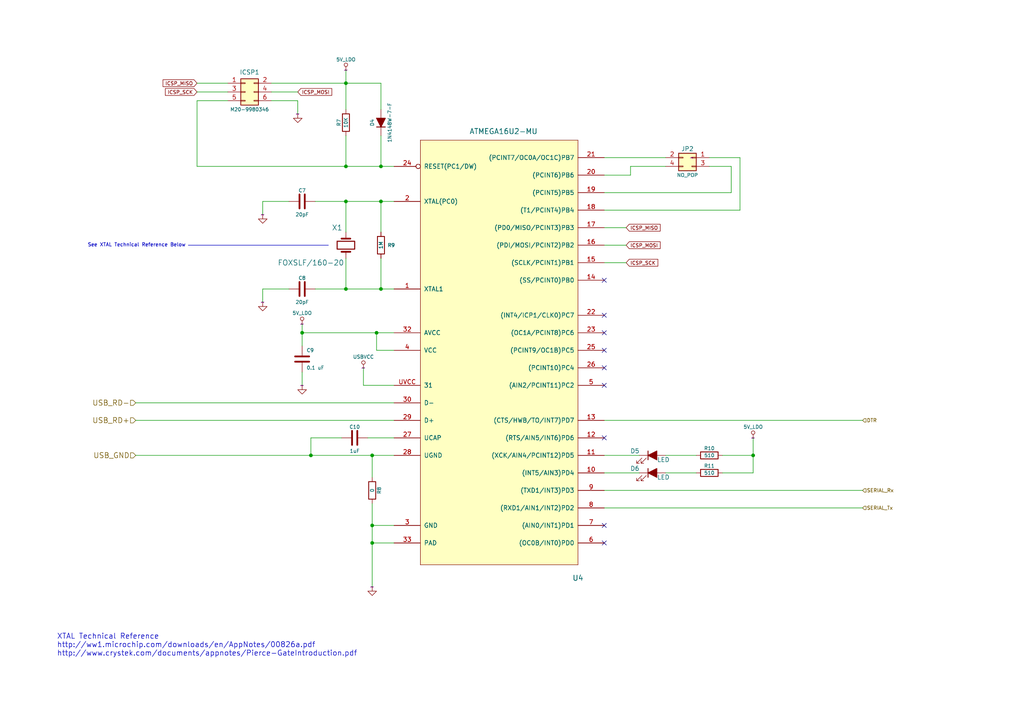
<source format=kicad_sch>
(kicad_sch (version 20230121) (generator eeschema)
  (paper "A4")
  (title_block (title "Arduino UNO R3 Clone") (date "2021-08-06") (rev "1") (company "Rheingold Heavy") (comment 1 "Based on the Arduino UNO R3 From arduino.cc"))
  (lib_symbols
    (symbol "Arduino_Uno_R3_From_Scratch:5V_LDO" (power) (pin_names (offset 1.016))
      (property "Value" "5V_LDO" (at 0 3.048 0))
      (symbol "5V_LDO_0_0"
        (pin power_in line (at 0 0 90) (length 0) hide (name "5V_LDO") (number "1"))
      )
      (symbol "5V_LDO_0_1"
        (polyline (pts (xy 0 0) (xy 0 1.016)) (stroke (width 0.1524)))
        (circle (center 0 1.524) (radius 0.508) (stroke (width 0.1524)))
      )
    )
    (symbol "Arduino_Uno_R3_From_Scratch:USBVCC" (power) (pin_names (offset 1.016))
      (property "Value" "USBVCC" (at 0 3.048 0))
      (symbol "USBVCC_0_0"
        (pin power_in line (at 0 0 90) (length 0) hide (name "USBVCC") (number "1"))
      )
      (symbol "USBVCC_0_1"
        (polyline (pts (xy 0 0) (xy 0 1.016)) (stroke (width 0.1524)))
        (circle (center 0 1.524) (radius 0.508) (stroke (width 0.1524)))
      )
    )
    (symbol "Connector_Generic:Conn_02x02_Odd_Even" (pin_names (offset 1.016) hide)
      (property "Reference" "J" (at 1.27 2.54 0))
      (property "Value" "Conn_02x02_Odd_Even" (at 1.27 -5.08 0))
      (symbol "Conn_02x02_Odd_Even_1_1"
        (rectangle (start -1.27 -2.413) (end 0 -2.667) (stroke (width 0.1524)))
        (rectangle (start -1.27 0.127) (end 0 -0.127) (stroke (width 0.1524)))
        (rectangle (start -1.27 1.27) (end 3.81 -3.81) (stroke (width 0.254)) (fill (type background)))
        (rectangle (start 3.81 -2.413) (end 2.54 -2.667) (stroke (width 0.1524)))
        (rectangle (start 3.81 0.127) (end 2.54 -0.127) (stroke (width 0.1524)))
        (pin passive line (at -5.08 0 0) (length 3.81) (name "Pin_1") (number "1"))
        (pin passive line (at 7.62 0 180) (length 3.81) (name "Pin_2") (number "2"))
        (pin passive line (at -5.08 -2.54 0) (length 3.81) (name "Pin_3") (number "3"))
        (pin passive line (at 7.62 -2.54 180) (length 3.81) (name "Pin_4") (number "4"))
      )
    )
    (symbol "Connector_Generic:Conn_02x03_Odd_Even" (pin_names (offset 1.016) hide)
      (property "Reference" "J" (at 1.27 5.08 0))
      (property "Value" "Conn_02x03_Odd_Even" (at 1.27 -5.08 0))
      (symbol "Conn_02x03_Odd_Even_1_1"
        (rectangle (start -1.27 -2.413) (end 0 -2.667) (stroke (width 0.1524)))
        (rectangle (start -1.27 0.127) (end 0 -0.127) (stroke (width 0.1524)))
        (rectangle (start -1.27 2.667) (end 0 2.413) (stroke (width 0.1524)))
        (rectangle (start -1.27 3.81) (end 3.81 -3.81) (stroke (width 0.254)) (fill (type background)))
        (rectangle (start 3.81 -2.413) (end 2.54 -2.667) (stroke (width 0.1524)))
        (rectangle (start 3.81 0.127) (end 2.54 -0.127) (stroke (width 0.1524)))
        (rectangle (start 3.81 2.667) (end 2.54 2.413) (stroke (width 0.1524)))
        (pin passive line (at -5.08 2.54 0) (length 3.81) (name "Pin_1") (number "1"))
        (pin passive line (at 7.62 2.54 180) (length 3.81) (name "Pin_2") (number "2"))
        (pin passive line (at -5.08 0 0) (length 3.81) (name "Pin_3") (number "3"))
        (pin passive line (at 7.62 0 180) (length 3.81) (name "Pin_4") (number "4"))
        (pin passive line (at -5.08 -2.54 0) (length 3.81) (name "Pin_5") (number "5"))
        (pin passive line (at 7.62 -2.54 180) (length 3.81) (name "Pin_6") (number "6"))
      )
    )
    (symbol "Device:C" (pin_numbers hide) (pin_names (offset 0.254))
      (property "Reference" "C" (at 0.635 2.54 0))
      (property "Value" "C" (at 0.635 -2.54 0))
      (symbol "C_0_1"
        (polyline (pts (xy -2.032 -0.762) (xy 2.032 -0.762)) (stroke (width 0.508)))
        (polyline (pts (xy -2.032 0.762) (xy 2.032 0.762)) (stroke (width 0.508)))
      )
      (symbol "C_1_1"
        (pin passive line (at 0 3.81 270) (length 2.794) (name "~") (number "1"))
        (pin passive line (at 0 -3.81 90) (length 2.794) (name "~") (number "2"))
      )
    )
    (symbol "Device:Crystal" (pin_numbers hide) (pin_names (offset 1.016) hide)
      (property "Reference" "Y" (at 0 3.81 0))
      (property "Value" "Crystal" (at 0 -3.81 0))
      (symbol "Crystal_0_1"
        (rectangle (start -1.143 2.54) (end 1.143 -2.54) (stroke (width 0.3048)))
        (polyline (pts (xy -2.54 0) (xy -1.905 0)))
        (polyline (pts (xy -1.905 -1.27) (xy -1.905 1.27)) (stroke (width 0.508)))
        (polyline (pts (xy 1.905 -1.27) (xy 1.905 1.27)) (stroke (width 0.508)))
        (polyline (pts (xy 2.54 0) (xy 1.905 0)))
      )
      (symbol "Crystal_1_1"
        (pin passive line (at -3.81 0 0) (length 1.27) (name "1") (number "1"))
        (pin passive line (at 3.81 0 180) (length 1.27) (name "2") (number "2"))
      )
    )
    (symbol "Device:D_Filled" (pin_numbers hide) (pin_names (offset 1.016) hide)
      (property "Reference" "D" (at 0 2.54 0))
      (property "Value" "D_Filled" (at 0 -2.54 0))
      (symbol "D_Filled_0_1"
        (polyline (pts (xy -1.27 1.27) (xy -1.27 -1.27)) (stroke (width 0.254)))
        (polyline (pts (xy 1.27 0) (xy -1.27 0)))
        (polyline (pts (xy 1.27 1.27) (xy 1.27 -1.27) (xy -1.27 0) (xy 1.27 1.27)) (stroke (width 0.254)) (fill (type outline)))
      )
      (symbol "D_Filled_1_1"
        (pin passive line (at -3.81 0 0) (length 2.54) (name "K") (number "1"))
        (pin passive line (at 3.81 0 180) (length 2.54) (name "A") (number "2"))
      )
    )
    (symbol "Device:LED_Filled" (pin_numbers hide) (pin_names (offset 1.016) hide)
      (property "Reference" "D" (at 0 2.54 0))
      (property "Value" "LED_Filled" (at 0 -2.54 0))
      (symbol "LED_Filled_0_1"
        (polyline (pts (xy -1.27 -1.27) (xy -1.27 1.27)) (stroke (width 0.254)))
        (polyline (pts (xy -1.27 0) (xy 1.27 0)))
        (polyline (pts (xy 1.27 -1.27) (xy 1.27 1.27) (xy -1.27 0) (xy 1.27 -1.27)) (stroke (width 0.254)) (fill (type outline)))
        (polyline (pts (xy -3.048 -0.762) (xy -4.572 -2.286) (xy -3.81 -2.286) (xy -4.572 -2.286) (xy -4.572 -1.524)))
        (polyline (pts (xy -1.778 -0.762) (xy -3.302 -2.286) (xy -2.54 -2.286) (xy -3.302 -2.286) (xy -3.302 -1.524)))
      )
      (symbol "LED_Filled_1_1"
        (pin passive line (at -3.81 0 0) (length 2.54) (name "K") (number "1"))
        (pin passive line (at 3.81 0 180) (length 2.54) (name "A") (number "2"))
      )
    )
    (symbol "Device:R" (pin_numbers hide) (pin_names (offset 0))
      (property "Reference" "R" (at 2.032 0 90))
      (property "Value" "R" (at 0 0 90))
      (symbol "R_0_1"
        (rectangle (start -1.016 -2.54) (end 1.016 2.54) (stroke (width 0.254)))
      )
      (symbol "R_1_1"
        (pin passive line (at 0 3.81 270) (length 1.27) (name "~") (number "1"))
        (pin passive line (at 0 -3.81 90) (length 1.27) (name "~") (number "2"))
      )
    )
    (symbol "MFN_Atmel:ATMEGA16U2-MU" (pin_names (offset 1.016))
      (property "Reference" "U" (at 24.13 -66.04 0))
      (property "Value" "ATMEGA16U2-MU" (at -2.54 64.77 0))
      (symbol "ATMEGA16U2-MU_0_1"
        (rectangle (start 22.86 60.96) (end -22.86 -62.23) (fill (type background)))
      )
      (symbol "ATMEGA16U2-MU_1_1"
        (pin input line (at -30.48 17.78 0) (length 7.62) (name "XTAL1") (number "1"))
        (pin input line (at 30.48 -35.56 180) (length 7.62) (name "(INT5/AIN3)PD4") (number "10"))
        (pin input line (at 30.48 -30.48 180) (length 7.62) (name "(XCK/AIN4/PCINT12)PD5") (number "11"))
        (pin input line (at 30.48 -25.4 180) (length 7.62) (name "(RTS/AIN5/INT6)PD6") (number "12"))
        (pin input line (at 30.48 -20.32 180) (length 7.62) (name "(CTS/HWB/TO/INT7)PD7") (number "13"))
        (pin input line (at 30.48 20.32 180) (length 7.62) (name "(SS/PCINT0)PB0") (number "14"))
        (pin input line (at 30.48 25.4 180) (length 7.62) (name "(SCLK/PCINT1)PB1") (number "15"))
        (pin input line (at 30.48 30.48 180) (length 7.62) (name "(PDI/MOSI/PCINT2)PB2") (number "16"))
        (pin input line (at 30.48 35.56 180) (length 7.62) (name "(PD0/MISO/PCINT3)PB3") (number "17"))
        (pin input line (at 30.48 40.64 180) (length 7.62) (name "(T1/PCINT4)PB4") (number "18"))
        (pin input line (at 30.48 45.72 180) (length 7.62) (name "(PCINT5)PB5") (number "19"))
        (pin input line (at -30.48 43.18 0) (length 7.62) (name "XTAL(PC0)") (number "2"))
        (pin input line (at 30.48 50.8 180) (length 7.62) (name "(PCINT6)PB6") (number "20"))
        (pin input line (at 30.48 55.88 180) (length 7.62) (name "(PCINT7/OC0A/OC1C)PB7") (number "21"))
        (pin input line (at 30.48 10.16 180) (length 7.62) (name "(INT4/ICP1/CLK0)PC7") (number "22"))
        (pin input line (at 30.48 5.08 180) (length 7.62) (name "(OC1A/PCINT8)PC6") (number "23"))
        (pin input inverted (at -30.48 53.34 0) (length 7.62) (name "RESET(PC1/DW)") (number "24"))
        (pin input line (at 30.48 0 180) (length 7.62) (name "(PCINT9/OC1B)PC5") (number "25"))
        (pin input line (at 30.48 -5.08 180) (length 7.62) (name "(PCINT10)PC4") (number "26"))
        (pin input line (at -30.48 -25.4 0) (length 7.62) (name "UCAP") (number "27"))
        (pin input line (at -30.48 -30.48 0) (length 7.62) (name "UGND") (number "28"))
        (pin input line (at -30.48 -20.32 0) (length 7.62) (name "D+") (number "29"))
        (pin input line (at -30.48 -50.8 0) (length 7.62) (name "GND") (number "3"))
        (pin input line (at -30.48 -15.24 0) (length 7.62) (name "D-") (number "30"))
        (pin input line (at -30.48 5.08 0) (length 7.62) (name "AVCC") (number "32"))
        (pin input line (at -30.48 -55.88 0) (length 7.62) (name "PAD") (number "33"))
        (pin input line (at -30.48 0 0) (length 7.62) (name "VCC") (number "4"))
        (pin input line (at 30.48 -10.16 180) (length 7.62) (name "(AIN2/PCINT11)PC2") (number "5"))
        (pin input line (at 30.48 -55.88 180) (length 7.62) (name "(OC0B/INT0)PD0") (number "6"))
        (pin input line (at 30.48 -50.8 180) (length 7.62) (name "(AIN0/INT1)PD1") (number "7"))
        (pin input line (at 30.48 -45.72 180) (length 7.62) (name "(RXD1/AIN1/INT2)PD2") (number "8"))
        (pin input line (at 30.48 -40.64 180) (length 7.62) (name "(TXD1/INT3)PD3") (number "9"))
        (pin input line (at -30.48 -10.16 0) (length 7.62) (name "31") (number "UVCC"))
      )
    )
    (symbol "power:GND" (power) (pin_names (offset 0))
      (property "Value" "GND" (at 0 -3.81 0))
      (symbol "GND_0_1"
        (polyline (pts (xy 0 0) (xy 0 -1.27) (xy 1.27 -1.27) (xy 0 -2.54) (xy -1.27 -1.27) (xy 0 -1.27)))
      )
      (symbol "GND_1_1"
        (pin power_in line (at 0 0 270) (length 0) hide (name "GND") (number "1"))
      )
    )
  )
  (junction (at 109.22 96.52))
  (junction (at 90.17 132.08))
  (junction (at 110.49 58.42))
  (junction (at 87.63 96.52))
  (junction (at 107.95 157.48))
  (junction (at 100.33 58.42))
  (junction (at 100.33 48.26))
  (junction (at 218.44 132.08))
  (junction (at 110.49 48.26))
  (junction (at 110.49 83.82))
  (junction (at 107.95 152.4))
  (junction (at 100.33 83.82))
  (junction (at 100.33 24.13))
  (junction (at 107.95 132.08))
  (no_connect (at 175.26 81.28))
  (no_connect (at 175.26 96.52))
  (no_connect (at 175.26 91.44))
  (no_connect (at 175.26 157.48))
  (no_connect (at 175.26 127))
  (no_connect (at 175.26 101.6))
  (no_connect (at 175.26 152.4))
  (no_connect (at 175.26 111.76))
  (no_connect (at 175.26 106.68))
  (wire (pts (xy 107.95 146.05) (xy 107.95 152.4)))
  (wire (pts (xy 90.17 132.08) (xy 107.95 132.08)))
  (wire (pts (xy 39.37 116.84) (xy 114.3 116.84)))
  (wire (pts (xy 114.3 101.6) (xy 109.22 101.6)))
  (wire (pts (xy 175.26 132.08) (xy 185.42 132.08)))
  (wire (pts (xy 114.3 157.48) (xy 107.95 157.48)))
  (wire (pts (xy 214.63 45.72) (xy 214.63 60.96)))
  (wire (pts (xy 57.15 24.13) (xy 66.04 24.13)))
  (wire (pts (xy 175.26 137.16) (xy 185.42 137.16)))
  (wire (pts (xy 107.95 132.08) (xy 107.95 138.43)))
  (wire (pts (xy 76.2 83.82) (xy 83.82 83.82)))
  (wire (pts (xy 106.68 127) (xy 114.3 127)))
  (wire (pts (xy 100.33 48.26) (xy 110.49 48.26)))
  (wire (pts (xy 78.74 26.67) (xy 86.36 26.67)))
  (wire (pts (xy 76.2 83.82) (xy 76.2 87.63)))
  (wire (pts (xy 78.74 24.13) (xy 100.33 24.13)))
  (wire (pts (xy 109.22 101.6) (xy 109.22 96.52)))
  (wire (pts (xy 91.44 83.82) (xy 100.33 83.82)))
  (wire (pts (xy 100.33 58.42) (xy 100.33 67.31)))
  (wire (pts (xy 205.74 45.72) (xy 214.63 45.72)))
  (wire (pts (xy 57.15 29.21) (xy 57.15 48.26)))
  (wire (pts (xy 110.49 48.26) (xy 110.49 39.37)))
  (wire (pts (xy 114.3 152.4) (xy 107.95 152.4)))
  (wire (pts (xy 90.17 127) (xy 90.17 132.08)))
  (wire (pts (xy 100.33 83.82) (xy 110.49 83.82)))
  (wire (pts (xy 39.37 132.08) (xy 90.17 132.08)))
  (wire (pts (xy 250.19 147.32) (xy 175.26 147.32)))
  (wire (pts (xy 87.63 107.95) (xy 87.63 111.76)))
  (wire (pts (xy 100.33 20.32) (xy 100.33 24.13)))
  (wire (pts (xy 87.63 93.98) (xy 87.63 96.52)))
  (wire (pts (xy 86.36 29.21) (xy 86.36 33.02)))
  (wire (pts (xy 181.61 76.2) (xy 175.26 76.2)))
  (wire (pts (xy 100.33 39.37) (xy 100.33 48.26)))
  (wire (pts (xy 100.33 24.13) (xy 110.49 24.13)))
  (wire (pts (xy 175.26 50.8) (xy 182.88 50.8)))
  (wire (pts (xy 110.49 74.93) (xy 110.49 83.82)))
  (wire (pts (xy 100.33 24.13) (xy 100.33 31.75)))
  (wire (pts (xy 218.44 137.16) (xy 218.44 132.08)))
  (wire (pts (xy 193.04 137.16) (xy 201.93 137.16)))
  (wire (pts (xy 57.15 26.67) (xy 66.04 26.67)))
  (wire (pts (xy 218.44 132.08) (xy 218.44 127)))
  (wire (pts (xy 214.63 60.96) (xy 175.26 60.96)))
  (wire (pts (xy 107.95 157.48) (xy 107.95 170.18)))
  (wire (pts (xy 100.33 58.42) (xy 110.49 58.42)))
  (wire (pts (xy 90.17 127) (xy 99.06 127)))
  (wire (pts (xy 91.44 58.42) (xy 100.33 58.42)))
  (wire (pts (xy 107.95 132.08) (xy 114.3 132.08)))
  (wire (pts (xy 76.2 58.42) (xy 76.2 62.23)))
  (wire (pts (xy 110.49 83.82) (xy 114.3 83.82)))
  (wire (pts (xy 105.41 111.76) (xy 105.41 106.68)))
  (wire (pts (xy 114.3 111.76) (xy 105.41 111.76)))
  (wire (pts (xy 110.49 58.42) (xy 110.49 67.31)))
  (wire (pts (xy 212.09 55.88) (xy 212.09 48.26)))
  (wire (pts (xy 110.49 58.42) (xy 114.3 58.42)))
  (wire (pts (xy 175.26 55.88) (xy 212.09 55.88)))
  (wire (pts (xy 57.15 48.26) (xy 100.33 48.26)))
  (wire (pts (xy 57.15 29.21) (xy 66.04 29.21)))
  (wire (pts (xy 175.26 71.12) (xy 181.61 71.12)))
  (wire (pts (xy 212.09 48.26) (xy 205.74 48.26)))
  (wire (pts (xy 182.88 50.8) (xy 182.88 48.26)))
  (wire (pts (xy 182.88 48.26) (xy 193.04 48.26)))
  (wire (pts (xy 78.74 29.21) (xy 86.36 29.21)))
  (wire (pts (xy 181.61 66.04) (xy 175.26 66.04)))
  (wire (pts (xy 209.55 137.16) (xy 218.44 137.16)))
  (wire (pts (xy 250.19 142.24) (xy 175.26 142.24)))
  (wire (pts (xy 175.26 45.72) (xy 193.04 45.72)))
  (wire (pts (xy 76.2 58.42) (xy 83.82 58.42)))
  (polyline (pts (xy 95.25 71.12) (xy 54.61 71.12)))
  (wire (pts (xy 110.49 24.13) (xy 110.49 31.75)))
  (wire (pts (xy 109.22 96.52) (xy 114.3 96.52)))
  (wire (pts (xy 87.63 96.52) (xy 109.22 96.52)))
  (wire (pts (xy 107.95 152.4) (xy 107.95 157.48)))
  (wire (pts (xy 87.63 96.52) (xy 87.63 100.33)))
  (wire (pts (xy 209.55 132.08) (xy 218.44 132.08)))
  (wire (pts (xy 100.33 74.93) (xy 100.33 83.82)))
  (wire (pts (xy 250.19 121.92) (xy 175.26 121.92)))
  (wire (pts (xy 193.04 132.08) (xy 201.93 132.08)))
  (wire (pts (xy 110.49 48.26) (xy 114.3 48.26)))
  (wire (pts (xy 114.3 121.92) (xy 39.37 121.92)))
  (text "XTAL Technical Reference\nhttp://ww1.microchip.com/downloads/en/AppNotes/00826a.pdf\nhttp://www.crystek.com/documents/appnotes/Pierce-GateIntroduction.pdf" (at 16.51 190.5 0) (effects (font (size 1.524 1.524)) (justify left bottom)))
  (text "See XTAL Technical Reference Below" (at 25.4 71.755 0) (effects (font (size 1.016 1.016)) (justify left bottom)))
  (global_label "ICSP_SCK" (shape input) (at 181.61 76.2 0) (effects (font (size 1.016 1.016))) (property "Intersheetrefs" "${INTERSHEET_REFS}" (effects hide)))
  (global_label "ICSP_MISO" (shape input) (at 57.15 24.13 180) (effects (font (size 1.016 1.016))) (property "Intersheetrefs" "${INTERSHEET_REFS}" (effects hide)))
  (global_label "ICSP_MOSI" (shape input) (at 181.61 71.12 0) (effects (font (size 1.016 1.016))) (property "Intersheetrefs" "${INTERSHEET_REFS}" (effects hide)))
  (global_label "ICSP_MISO" (shape input) (at 181.61 66.04 0) (effects (font (size 1.016 1.016))) (property "Intersheetrefs" "${INTERSHEET_REFS}" (effects hide)))
  (global_label "ICSP_MOSI" (shape input) (at 86.36 26.67 0) (effects (font (size 1.016 1.016))) (property "Intersheetrefs" "${INTERSHEET_REFS}" (effects hide)))
  (global_label "ICSP_SCK" (shape input) (at 57.15 26.67 180) (effects (font (size 1.016 1.016))) (property "Intersheetrefs" "${INTERSHEET_REFS}" (effects hide)))
  (hierarchical_label "SERIAL_Rx" (shape input) (at 250.19 142.24 0) (effects (font (size 1.016 1.016))))
  (hierarchical_label "SERIAL_Tx" (shape input) (at 250.19 147.32 0) (effects (font (size 1.016 1.016))))
  (hierarchical_label "USB_RD+" (shape input) (at 39.37 121.92 180) (effects (font (size 1.524 1.524))))
  (hierarchical_label "DTR" (shape input) (at 250.19 121.92 0) (effects (font (size 1.016 1.016))))
  (hierarchical_label "USB_GND" (shape input) (at 39.37 132.08 180) (effects (font (size 1.524 1.524))))
  (hierarchical_label "USB_RD-" (shape input) (at 39.37 116.84 180) (effects (font (size 1.524 1.524))))
  (symbol (lib_id "MFN_Atmel:ATMEGA16U2-MU") (at 144.78 101.6 0) (unit 1)
    (property "Reference" "U4" (at 167.64 167.64 0) (effects (font (size 1.524 1.524))))
    (property "Value" "ATMEGA16U2-MU" (at 146.05 38.1 0) (effects (font (size 1.524 1.524))))
    (property "Footprint" "Package_DFN_QFN:QFN-32-1EP_5x5mm_P0.5mm_EP3.6x3.6mm" (effects hide))
    (property "Datasheet" "http://www.atmel.com/Images/doc7799.pdf" (effects hide))
    (property "Characteristics" "ATMEGA16U2 Microcontroller" (effects hide))
    (property "Description" "ATMEGA16U2 Microcontroller" (effects hide))
    (property "MFN" "Atmel" (effects hide))
    (property "Package ID" "QFN32" (effects hide))
    (property "Source" "ANY" (effects hide))
    (property "Critical" "Y" (effects hide))
    (property "Subsystem" "16U2_Sub" (effects hide))
    (property "MPN" "ATMEGA16U2-MU" (effects hide))
  )
  (symbol (lib_id "Device:Crystal") (at 100.33 71.12 90) (unit 1)
    (property "Reference" "X1" (at 97.79 66.04 90) (effects (font (size 1.524 1.524))))
    (property "Value" "FOXSLF/160-20" (at 90.17 76.2 90) (effects (font (size 1.524 1.524))))
    (property "Footprint" "Crystal:Crystal_SMD_3215-2Pin_3.2x1.5mm" (effects hide))
    (property "Datasheet" "http://www.foxonline.com/pdfs/hc49slf.pdf" (effects hide))
    (property "Characteristics" "16MHz PARALLEL FUNDAMENTAL 30PPM 20PF LOAD" (effects hide))
    (property "Description" "ATMEGA16U2 16MHz Crystal Oscillator" (effects hide))
    (property "MFN" "Fox Electronics" (effects hide))
    (property "Package ID" "PTH" (effects hide))
    (property "Source" "ANY" (effects hide))
    (property "Critical" "N" (effects hide))
    (property "Subsystem" "16U2_Sub" (effects hide))
    (property "Notes" "Must Match Tolerance in PPM and Load Cap Value" (effects hide))
    (property "MPN" "FOXSLF/160-20" (effects hide))
  )
  (symbol (lib_id "Device:R") (at 110.49 71.12 0) (unit 1)
    (property "Reference" "R9" (at 112.395 71.12 0) (effects (font (size 1.016 1.016)) (justify left)))
    (property "Value" "1M" (at 110.49 71.12 90) (effects (font (size 1.016 1.016))))
    (property "Footprint" "Resistor_SMD:R_0603_1608Metric" (effects hide))
    (property "Datasheet" "http://www.vishay.com/docs/20035/dcrcwe3.pdf" (effects hide))
    (property "Characteristics" "RES SMD 1M OHM 1% 1/8W 0805" (effects hide))
    (property "Description" "ATMEGA16U2 Xtal 1M Feedback Resistor" (effects hide))
    (property "MFN" "Vishay" (effects hide))
    (property "Package ID" "SMD_0805" (effects hide))
    (property "Source" "ANY" (effects hide))
    (property "Critical" "N" (effects hide))
    (property "Subsystem" "16U2_Sub" (effects hide))
    (property "MPN" "CRCW08051M00FKEA" (effects hide))
  )
  (symbol (lib_id "Device:C") (at 87.63 58.42 90) (unit 1)
    (property "Reference" "C7" (at 87.63 55.245 90) (effects (font (size 1.016 1.016))))
    (property "Value" "20pF" (at 87.63 62.23 90) (effects (font (size 1.016 1.016))))
    (property "Footprint" "Capacitor_SMD:C_0603_1608Metric" (effects hide))
    (property "Datasheet" "http://www.kemet.com/docfinder?Partnumber=C0805C200G5GACTU" (effects hide))
    (property "Characteristics" "CAP CER 20PF 50V 2% NP0 0805" (effects hide))
    (property "Description" "20pF ATMEGA16U2 XTAL Load Cap" (effects hide))
    (property "MFN" "Kemet" (effects hide))
    (property "Package ID" "SMD_0805" (effects hide))
    (property "Source" "Any" (effects hide))
    (property "Critical" "Y" (effects hide))
    (property "Subsystem" "16U2_Sub" (effects hide))
    (property "Notes" "Must match tolerance" (effects hide))
    (property "MPN" "C0805C200G5GACTU" (effects hide))
  )
  (symbol (lib_id "power:GND") (at 76.2 62.23 0) (unit 1)
    (property "Reference" "#PWR026" (effects hide))
    (property "Value" "GND" (effects hide))
    (property "Footprint" "~" (at 76.2 62.23 0) (effects (font (size 1.524 1.524))))
    (property "Datasheet" "~" (at 76.2 62.23 0) (effects (font (size 1.524 1.524))))
    (property "Source" "ANY" (effects hide))
    (property "Critical" "N" (effects hide))
  )
  (symbol (lib_id "power:GND") (at 76.2 87.63 0) (unit 1)
    (property "Reference" "#PWR027" (effects hide))
    (property "Value" "GND" (effects hide))
    (property "Footprint" "~" (at 76.2 87.63 0) (effects (font (size 1.524 1.524))))
    (property "Datasheet" "~" (at 76.2 87.63 0) (effects (font (size 1.524 1.524))))
    (property "Source" "ANY" (effects hide))
    (property "Critical" "N" (effects hide))
  )
  (symbol (lib_id "power:GND") (at 87.63 111.76 0) (unit 1)
    (property "Reference" "#PWR028" (effects hide))
    (property "Value" "GND" (effects hide))
    (property "Footprint" "~" (at 87.63 111.76 0) (effects (font (size 1.524 1.524))))
    (property "Datasheet" "~" (at 87.63 111.76 0) (effects (font (size 1.524 1.524))))
    (property "Source" "ANY" (effects hide))
    (property "Critical" "N" (effects hide))
  )
  (symbol (lib_id "power:GND") (at 107.95 170.18 0) (unit 1)
    (property "Reference" "#PWR029" (effects hide))
    (property "Value" "GND" (effects hide))
    (property "Footprint" "~" (at 107.95 170.18 0) (effects (font (size 1.524 1.524))))
    (property "Datasheet" "~" (at 107.95 170.18 0) (effects (font (size 1.524 1.524))))
    (property "Source" "ANY" (effects hide))
    (property "Critical" "N" (effects hide))
  )
  (symbol (lib_id "Connector_Generic:Conn_02x03_Odd_Even") (at 71.12 26.67 0) (unit 1)
    (property "Reference" "ICSP1" (at 72.39 20.955 0))
    (property "Value" "M20-9980346" (at 72.39 31.75 0) (effects (font (size 1.016 1.016))))
    (property "Footprint" "Connector_PinHeader_2.54mm:PinHeader_2x03_P2.54mm_Vertical" (effects hide))
    (property "Datasheet" "http://cdn.harwin.com/pdfs/M20-998.pdf" (effects hide))
    (property "Characteristics" "6 CONTACT(S), MALE, STRAIGHT TWO PART BOARD CONNECTOR" (effects hide))
    (property "Description" "ATMEGA16U2 ICSP Header" (effects hide))
    (property "MFN" "Harwin" (effects hide))
    (property "Package ID" "PTH" (effects hide))
    (property "Source" "ANY" (effects hide))
    (property "Critical" "N" (effects hide))
    (property "Subsystem" "16U2_Sub" (effects hide))
    (property "MPN" "M20-9980346" (effects hide))
  )
  (symbol (lib_id "Device:D_Filled") (at 110.49 35.56 90) (unit 1)
    (property "Reference" "D4" (at 107.95 35.56 0) (effects (font (size 1.016 1.016))))
    (property "Value" "1N4148W-7-F" (at 113.03 35.56 0) (effects (font (size 1.016 1.016))))
    (property "Footprint" "Diode_SMD:D_SMA" (effects hide))
    (property "Datasheet" "http://www.diodes.com/_files/datasheets/ds30086.pdf" (effects hide))
    (property "Characteristics" "DIODE GEN PURP 100V 300MA SOD123" (effects hide))
    (property "Description" "ATMEGA16U2 ICSP Reset Voltage Spike Protection" (effects hide))
    (property "MFN" "Diodes Inc" (effects hide))
    (property "Package ID" "SOD123" (effects hide))
    (property "Source" "ANY" (effects hide))
    (property "Critical" "N" (effects hide))
    (property "Subsystem" "16U2_Sub" (effects hide))
    (property "MPN" "1N4148W-7-F" (effects hide))
  )
  (symbol (lib_id "power:GND") (at 86.36 33.02 0) (unit 1)
    (property "Reference" "#PWR030" (effects hide))
    (property "Value" "GND" (effects hide))
    (property "Footprint" "~" (at 86.36 33.02 0) (effects (font (size 1.524 1.524))))
    (property "Datasheet" "~" (at 86.36 33.02 0) (effects (font (size 1.524 1.524))))
    (property "Source" "ANY" (effects hide))
    (property "Critical" "N" (effects hide))
  )
  (symbol (lib_id "Connector_Generic:Conn_02x02_Odd_Even") (at 200.66 45.72 0) (mirror y) (unit 1)
    (property "Reference" "JP2" (at 199.39 43.18 0))
    (property "Value" "NO_POP" (at 199.39 50.8 0) (effects (font (size 1.016 1.016))))
    (property "Footprint" "Connector_PinHeader_2.54mm:PinHeader_2x02_P2.54mm_Vertical" (effects hide))
    (property "Datasheet" "~" (at 200.66 45.72 0) (effects (font (size 1.524 1.524))))
    (property "Characteristics" "FOOTPRINT ONLY" (effects hide))
    (property "Description" "FOOTPRINT ONLY" (effects hide))
    (property "MFN" "FOOTPRINT ONLY" (effects hide))
    (property "Package ID" "PTH" (effects hide))
    (property "Source" "FOOTPRINT ONLY" (effects hide))
    (property "Critical" "FOOTPRINT ONLY" (effects hide))
    (property "Subsystem" "16U2_Sub" (effects hide))
    (property "MPN" "FOOTPRINT ONLY" (effects hide))
  )
  (symbol (lib_id "Arduino_Uno_R3_From_Scratch:5V_LDO") (at 218.44 127 0) (unit 1)
    (property "Reference" "#PWR031" (effects hide))
    (property "Value" "5V_LDO" (at 218.44 123.825 0) (effects (font (size 1.016 1.016))))
    (property "Footprint" "~" (at 218.44 127 0) (effects (font (size 1.524 1.524))))
    (property "Datasheet" "~" (at 218.44 127 0) (effects (font (size 1.524 1.524))))
  )
  (symbol (lib_id "Device:C") (at 87.63 83.82 90) (unit 1)
    (property "Reference" "C8" (at 87.63 80.645 90) (effects (font (size 1.016 1.016))))
    (property "Value" "20pF" (at 87.63 87.63 90) (effects (font (size 1.016 1.016))))
    (property "Footprint" "Capacitor_SMD:C_0603_1608Metric" (effects hide))
    (property "Datasheet" "http://www.kemet.com/docfinder?Partnumber=C0805C200G5GACTU" (effects hide))
    (property "Characteristics" "CAP CER 20PF 50V 2% NP0 0805" (effects hide))
    (property "Description" "20pF ATMEGA16U2 XTAL Load Cap" (effects hide))
    (property "MFN" "Kemet" (effects hide))
    (property "Package ID" "SMD_0805" (effects hide))
    (property "Source" "Any" (effects hide))
    (property "Critical" "Y" (effects hide))
    (property "Subsystem" "16U2_Sub" (effects hide))
    (property "Notes" "Must match tolerance" (effects hide))
    (property "MPN" "C0805C200G5GACTU" (effects hide))
  )
  (symbol (lib_id "Device:C") (at 87.63 104.14 0) (unit 1)
    (property "Reference" "C9" (at 88.9 101.6 0) (effects (font (size 1.016 1.016)) (justify left)))
    (property "Value" "0.1 uF" (at 88.9 106.68 0) (effects (font (size 1.016 1.016)) (justify left)))
    (property "Footprint" "Capacitor_SMD:C_0603_1608Metric" (effects hide))
    (property "Datasheet" "http://images.ihscontent.net/vipimages/VipMasterIC/IC/KEME/KEMES10043/KEMES10043-1.pdf" (effects hide))
    (property "Characteristics" "CAPACITOR, CERAMIC, MULTILAYER, 100 V, X7R, 0.1 uF, SURFACE MOUNT, 0805, CHIP, ROHS COMPLIANT" (effects hide))
    (property "Description" "ATMEGA16U2 VCC Bypass Cap" (effects hide))
    (property "MFN" "Kemet" (effects hide))
    (property "Package ID" "SMD_0805" (effects hide))
    (property "Source" "ANY" (effects hide))
    (property "Critical" "N" (effects hide))
    (property "Subsystem" "16U2_Sub" (effects hide))
    (property "MPN" "C0805C104K1RACAUTO" (effects hide))
  )
  (symbol (lib_id "Device:C") (at 102.87 127 90) (unit 1)
    (property "Reference" "C10" (at 102.87 123.825 90) (effects (font (size 1.016 1.016))))
    (property "Value" "1uF" (at 102.87 130.81 90) (effects (font (size 1.016 1.016))))
    (property "Footprint" "Capacitor_SMD:C_0603_1608Metric" (effects hide))
    (property "Datasheet" "http://www.kemet.com/docfinder?Partnumber=C0805C105K8RACAUTO" (effects hide))
    (property "Characteristics" "CAPACITOR, CERAMIC, MULTILAYER, 10 V, X7R, 1 uF, SURFACE MOUNT, 0805" (effects hide))
    (property "Description" "ATMEGA16U2 1uF UCAP " (effects hide))
    (property "MFN" "Kemet" (effects hide))
    (property "Package ID" "SMD_0805" (effects hide))
    (property "Source" "ANY" (effects hide))
    (property "Critical" "N" (effects hide))
    (property "Subsystem" "16U2_Sub" (effects hide))
    (property "MPN" "C0805C105K8RACAUTO " (effects hide))
  )
  (symbol (lib_id "Device:R") (at 107.95 142.24 0) (unit 1)
    (property "Reference" "R8" (at 109.982 142.24 90) (effects (font (size 1.016 1.016))))
    (property "Value" "0" (at 107.95 142.24 90) (effects (font (size 1.016 1.016))))
    (property "Footprint" "Resistor_SMD:R_0603_1608Metric" (effects hide))
    (property "Datasheet" "http://industrial.panasonic.com/www-cgi/jvcr13pz.cgi?E+PZ+3+AOA0001+ERJ6GEY0R00V+7+WW" (effects hide))
    (property "Characteristics" "RES SMD 0.0 OHM JUMPER 1/8W 0805" (effects hide))
    (property "Description" "ATMEGA16U2 UGND to GND Link" (effects hide))
    (property "MFN" "Panasonic" (effects hide))
    (property "Package ID" "SMD_0805" (effects hide))
    (property "Source" "ANY" (effects hide))
    (property "Critical" "N" (effects hide))
    (property "Subsystem" "16U2_Sub" (effects hide))
    (property "MPN" "ERJ-6GEY0R00V" (effects hide))
  )
  (symbol (lib_id "Device:R") (at 100.33 35.56 180) (unit 1)
    (property "Reference" "R7" (at 98.298 35.56 90) (effects (font (size 1.016 1.016))))
    (property "Value" "10K" (at 100.33 35.56 90) (effects (font (size 1.016 1.016))))
    (property "Footprint" "Resistor_SMD:R_0603_1608Metric" (effects hide))
    (property "Datasheet" "http://images.ihscontent.net/vipimages/VipMasterIC/IC/VISH/VISHS75859/VISHS75859-1.pdf" (effects hide))
    (property "Characteristics" "RESISTOR, METAL GLAZE/THICK FILM, 0.125W, 5%, 200ppm, 10000ohm, SURFACE MOUNT, 0805" (effects hide))
    (property "Description" "ATMEGA16U2 10K ICSP Pull Up" (effects hide))
    (property "MFN" "Vishay" (effects hide))
    (property "Package ID" "SMD_0805" (effects hide))
    (property "Source" "ANY" (effects hide))
    (property "Critical" "N" (effects hide))
    (property "Subsystem" "16U2_Sub" (effects hide))
    (property "MPN" "CRCW080510K0JNEA" (effects hide))
  )
  (symbol (lib_id "Device:R") (at 205.74 132.08 90) (unit 1)
    (property "Reference" "R10" (at 205.74 130.048 90) (effects (font (size 1.016 1.016))))
    (property "Value" "510" (at 205.74 132.08 90) (effects (font (size 1.016 1.016))))
    (property "Footprint" "Resistor_SMD:R_0603_1608Metric" (effects hide))
    (property "Datasheet" "http://www.yageo.com/pdf/Pu-RC0805_51_PbFree_L_2.pdf" (effects hide))
    (property "Characteristics" "RESISTOR, METAL GLAZE/THICK FILM, 0.125W, 1%, 100ppm, 510ohm, SURFACE MOUNT, 0805" (effects hide))
    (property "Description" "Serial Tx LED Resistor" (effects hide))
    (property "MFN" "Yageo" (effects hide))
    (property "Package ID" "SMD_0805" (effects hide))
    (property "Source" "ANY" (effects hide))
    (property "Critical" "N" (effects hide))
    (property "Subsystem" "16U2_Sub" (effects hide))
    (property "MPN" "RC0805FR-07510RL" (effects hide))
  )
  (symbol (lib_id "Device:R") (at 205.74 137.16 90) (unit 1)
    (property "Reference" "R11" (at 205.74 135.128 90) (effects (font (size 1.016 1.016))))
    (property "Value" "510" (at 205.74 137.16 90) (effects (font (size 1.016 1.016))))
    (property "Footprint" "Resistor_SMD:R_0603_1608Metric" (effects hide))
    (property "Datasheet" "http://www.yageo.com/pdf/Pu-RC0805_51_PbFree_L_2.pdf" (effects hide))
    (property "Characteristics" "RESISTOR, METAL GLAZE/THICK FILM, 0.125W, 1%, 100ppm, 510ohm, SURFACE MOUNT, 0805" (effects hide))
    (property "Description" "Serial Rx LED Resistor" (effects hide))
    (property "MFN" "Yageo" (effects hide))
    (property "Package ID" "SMD_0805" (effects hide))
    (property "Source" "ANY" (effects hide))
    (property "Critical" "N" (effects hide))
    (property "Subsystem" "16U2_Sub" (effects hide))
    (property "MPN" "RC0805FR-07510RL" (effects hide))
  )
  (symbol (lib_id "Device:LED_Filled") (at 189.23 132.08 0) (unit 1)
    (property "Reference" "D5" (at 184.15 130.81 0))
    (property "Value" "LED" (at 192.405 133.35 0))
    (property "Footprint" "LED_SMD:LED_0603_1608Metric_Pad1.05x0.95mm_HandSolder" (effects hide))
    (property "Datasheet" "http://www.osram-os.com/Graphics/XPic9/00078860_0.pdf" (effects hide))
    (property "Characteristics" "LED CHIPLED 570NM GREEN" (effects hide))
    (property "Description" "Serial Tx Green LED" (effects hide))
    (property "MFN" "OSRAM Opto" (effects hide))
    (property "Package ID" "SMD_0805" (effects hide))
    (property "Source" "ANY" (effects hide))
    (property "Critical" "N" (effects hide))
    (property "Subsystem" "16U2_Sub" (effects hide))
    (property "MPN" "LG R971-KN-1" (effects hide))
  )
  (symbol (lib_id "Device:LED_Filled") (at 189.23 137.16 0) (unit 1)
    (property "Reference" "D6" (at 184.15 135.89 0))
    (property "Value" "LED" (at 192.405 138.43 0))
    (property "Footprint" "LED_SMD:LED_0603_1608Metric_Pad1.05x0.95mm_HandSolder" (effects hide))
    (property "Datasheet" "http://www.osram-os.com/Graphics/XPic9/00078860_0.pdf" (effects hide))
    (property "Characteristics" "LED CHIPLED 570NM GREEN" (effects hide))
    (property "Description" "Serial Rx Green LED" (effects hide))
    (property "MFN" "OSRAM Opto" (effects hide))
    (property "Package ID" "SMD_0805" (effects hide))
    (property "Source" "ANY" (effects hide))
    (property "Critical" "N" (effects hide))
    (property "Subsystem" "16U2_Sub" (effects hide))
    (property "MPN" "LG R971-KN-1" (effects hide))
  )
  (symbol (lib_id "Arduino_Uno_R3_From_Scratch:USBVCC") (at 105.41 106.68 0) (unit 1)
    (property "Reference" "#PWR032" (effects hide))
    (property "Value" "USBVCC" (at 105.41 103.505 0) (effects (font (size 1.016 1.016))))
    (property "Footprint" "~" (at 105.41 106.68 0) (effects (font (size 1.524 1.524))))
    (property "Datasheet" "~" (at 105.41 106.68 0) (effects (font (size 1.524 1.524))))
  )
  (symbol (lib_id "Arduino_Uno_R3_From_Scratch:5V_LDO") (at 87.63 93.98 0) (unit 1)
    (property "Reference" "#PWR033" (effects hide))
    (property "Value" "5V_LDO" (at 87.63 90.805 0) (effects (font (size 1.016 1.016))))
    (property "Footprint" "~" (at 87.63 93.98 0) (effects (font (size 1.524 1.524))))
    (property "Datasheet" "~" (at 87.63 93.98 0) (effects (font (size 1.524 1.524))))
  )
  (symbol (lib_id "Arduino_Uno_R3_From_Scratch:5V_LDO") (at 100.33 20.32 0) (unit 1)
    (property "Reference" "#PWR034" (effects hide))
    (property "Value" "5V_LDO" (at 100.33 17.272 0) (effects (font (size 1.016 1.016))))
    (property "Footprint" "~" (at 100.33 20.32 0) (effects (font (size 1.524 1.524))))
    (property "Datasheet" "~" (at 100.33 20.32 0) (effects (font (size 1.524 1.524))))
  )
)
</source>
